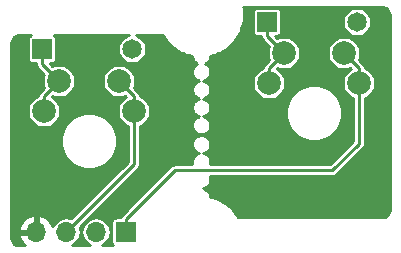
<source format=gbr>
G04 #@! TF.GenerationSoftware,KiCad,Pcbnew,(5.1.0)-1*
G04 #@! TF.CreationDate,2020-09-20T23:01:35+10:00*
G04 #@! TF.ProjectId,oddball,6f646462-616c-46c2-9e6b-696361645f70,rev?*
G04 #@! TF.SameCoordinates,Original*
G04 #@! TF.FileFunction,Copper,L2,Bot*
G04 #@! TF.FilePolarity,Positive*
%FSLAX46Y46*%
G04 Gerber Fmt 4.6, Leading zero omitted, Abs format (unit mm)*
G04 Created by KiCad (PCBNEW (5.1.0)-1) date 2020-09-20 23:01:35*
%MOMM*%
%LPD*%
G04 APERTURE LIST*
%ADD10C,2.000000*%
%ADD11O,1.700000X1.700000*%
%ADD12R,1.700000X1.700000*%
%ADD13R,1.651000X1.651000*%
%ADD14C,1.651000*%
%ADD15C,0.250000*%
%ADD16C,0.254000*%
G04 APERTURE END LIST*
D10*
X227110000Y-99700000D03*
X233460000Y-102240000D03*
X225840000Y-102240000D03*
X232190000Y-99700000D03*
X208060000Y-102070000D03*
X214410000Y-104610000D03*
X206790000Y-104610000D03*
X213140000Y-102070000D03*
D11*
X206120000Y-114850000D03*
X208660000Y-114850000D03*
X211200000Y-114850000D03*
D12*
X213740000Y-114850000D03*
D13*
X206640000Y-99370000D03*
D14*
X214260000Y-99370000D03*
D13*
X225660000Y-97060000D03*
D14*
X233280000Y-97060000D03*
D15*
X208060000Y-102070000D02*
X206790000Y-103340000D01*
X206790000Y-103340000D02*
X206790000Y-104610000D01*
X206640000Y-99370000D02*
X206640000Y-100650000D01*
X206640000Y-100650000D02*
X208060000Y-102070000D01*
X227110000Y-99700000D02*
X225840000Y-100970000D01*
X225840000Y-100970000D02*
X225840000Y-102240000D01*
X225660000Y-97060000D02*
X225660000Y-98250000D01*
X225660000Y-98250000D02*
X227110000Y-99700000D01*
X214410000Y-103340000D02*
X214410000Y-104610000D01*
X214410000Y-109100000D02*
X208660000Y-114850000D01*
X214410000Y-104610000D02*
X214410000Y-109100000D01*
X213140000Y-102070000D02*
X214410000Y-103340000D01*
X232190000Y-99700000D02*
X233460000Y-100970000D01*
X213740000Y-114850000D02*
X213740000Y-113750000D01*
X217871299Y-109618701D02*
X231221299Y-109618701D01*
X231221299Y-109618701D02*
X233460000Y-107380000D01*
X233460000Y-107380000D02*
X233460000Y-102240000D01*
X233460000Y-100970000D02*
X233460000Y-102240000D01*
X213740000Y-113750000D02*
X217871299Y-109618701D01*
D16*
G36*
X235513656Y-95827824D02*
G01*
X235600318Y-95850056D01*
X235683500Y-95883031D01*
X235762055Y-95926221D01*
X235834526Y-95978873D01*
X235899785Y-96040136D01*
X235956880Y-96109163D01*
X236004894Y-96184826D01*
X236042949Y-96265641D01*
X236070602Y-96350931D01*
X236087452Y-96439004D01*
X236094001Y-96543290D01*
X236094000Y-112881698D01*
X236087451Y-112986048D01*
X236070609Y-113074083D01*
X236042948Y-113159350D01*
X236004861Y-113240287D01*
X235956911Y-113315856D01*
X235899805Y-113384854D01*
X235834500Y-113446183D01*
X235762053Y-113498812D01*
X235683562Y-113541973D01*
X235600374Y-113574914D01*
X235513625Y-113597180D01*
X235424761Y-113608400D01*
X223248379Y-113608400D01*
X223243055Y-113599473D01*
X223238522Y-113594449D01*
X223066734Y-113323856D01*
X223064186Y-113317771D01*
X223041366Y-113283898D01*
X223032215Y-113269484D01*
X223028181Y-113264328D01*
X223024512Y-113258881D01*
X223013597Y-113245684D01*
X222988464Y-113213555D01*
X222983469Y-113209256D01*
X222779290Y-112962384D01*
X222775958Y-112956595D01*
X222749132Y-112925921D01*
X222738297Y-112912820D01*
X222733588Y-112908147D01*
X222729213Y-112903144D01*
X222716797Y-112891483D01*
X222687896Y-112862801D01*
X222682333Y-112859114D01*
X222448724Y-112639710D01*
X222444670Y-112634356D01*
X222414252Y-112607335D01*
X222401870Y-112595705D01*
X222396572Y-112591629D01*
X222391584Y-112587197D01*
X222377855Y-112577226D01*
X222345595Y-112552401D01*
X222339576Y-112549422D01*
X222080247Y-112361066D01*
X222075632Y-112356340D01*
X222041984Y-112333275D01*
X222028152Y-112323228D01*
X222022480Y-112319905D01*
X222017064Y-112316192D01*
X222002103Y-112307965D01*
X221966886Y-112287331D01*
X221960641Y-112285166D01*
X221679898Y-112130794D01*
X221674649Y-112126623D01*
X221638441Y-112107998D01*
X221623558Y-112099814D01*
X221617433Y-112097191D01*
X221611505Y-112094142D01*
X221595701Y-112087886D01*
X221558283Y-112071864D01*
X221551727Y-112070479D01*
X221253701Y-111952505D01*
X221248018Y-111949053D01*
X221209721Y-111935095D01*
X221193871Y-111928821D01*
X221187512Y-111927001D01*
X221181303Y-111924738D01*
X221164809Y-111920503D01*
X221125604Y-111909282D01*
X221118973Y-111908734D01*
X220873090Y-111845602D01*
X220863490Y-111748132D01*
X220819192Y-111602101D01*
X220747256Y-111467517D01*
X220650446Y-111349554D01*
X220532483Y-111252744D01*
X220397899Y-111180808D01*
X220296339Y-111150000D01*
X220397899Y-111119192D01*
X220532483Y-111047256D01*
X220650446Y-110950446D01*
X220747256Y-110832483D01*
X220819192Y-110697899D01*
X220863490Y-110551868D01*
X220878448Y-110400000D01*
X220863490Y-110248132D01*
X220826048Y-110124701D01*
X231196453Y-110124701D01*
X231221299Y-110127148D01*
X231246145Y-110124701D01*
X231246153Y-110124701D01*
X231320492Y-110117379D01*
X231415874Y-110088446D01*
X231503778Y-110041460D01*
X231580826Y-109978228D01*
X231596675Y-109958916D01*
X233800220Y-107755372D01*
X233819527Y-107739527D01*
X233882759Y-107662479D01*
X233929745Y-107574575D01*
X233958678Y-107479193D01*
X233966000Y-107404854D01*
X233966000Y-107404847D01*
X233968447Y-107380001D01*
X233966000Y-107355155D01*
X233966000Y-103525192D01*
X234114149Y-103463826D01*
X234340336Y-103312693D01*
X234532693Y-103120336D01*
X234683826Y-102894149D01*
X234787929Y-102642823D01*
X234841000Y-102376017D01*
X234841000Y-102103983D01*
X234787929Y-101837177D01*
X234683826Y-101585851D01*
X234532693Y-101359664D01*
X234340336Y-101167307D01*
X234114149Y-101016174D01*
X233966991Y-100955219D01*
X233966000Y-100945153D01*
X233966000Y-100945146D01*
X233958678Y-100870807D01*
X233955097Y-100859000D01*
X233929745Y-100775425D01*
X233928285Y-100772693D01*
X233882759Y-100687521D01*
X233819527Y-100610473D01*
X233800220Y-100594628D01*
X233456564Y-100250972D01*
X233517929Y-100102823D01*
X233571000Y-99836017D01*
X233571000Y-99563983D01*
X233517929Y-99297177D01*
X233413826Y-99045851D01*
X233262693Y-98819664D01*
X233070336Y-98627307D01*
X232844149Y-98476174D01*
X232592823Y-98372071D01*
X232326017Y-98319000D01*
X232053983Y-98319000D01*
X231787177Y-98372071D01*
X231535851Y-98476174D01*
X231309664Y-98627307D01*
X231117307Y-98819664D01*
X230966174Y-99045851D01*
X230862071Y-99297177D01*
X230809000Y-99563983D01*
X230809000Y-99836017D01*
X230862071Y-100102823D01*
X230966174Y-100354149D01*
X231117307Y-100580336D01*
X231309664Y-100772693D01*
X231535851Y-100923826D01*
X231787177Y-101027929D01*
X232053983Y-101081000D01*
X232326017Y-101081000D01*
X232592823Y-101027929D01*
X232740972Y-100966564D01*
X232796698Y-101022290D01*
X232579664Y-101167307D01*
X232387307Y-101359664D01*
X232236174Y-101585851D01*
X232132071Y-101837177D01*
X232079000Y-102103983D01*
X232079000Y-102376017D01*
X232132071Y-102642823D01*
X232236174Y-102894149D01*
X232387307Y-103120336D01*
X232579664Y-103312693D01*
X232805851Y-103463826D01*
X232954001Y-103525192D01*
X232954000Y-107170408D01*
X231011708Y-109112701D01*
X220845037Y-109112701D01*
X220863490Y-109051868D01*
X220878448Y-108900000D01*
X220863490Y-108748132D01*
X220819192Y-108602101D01*
X220747256Y-108467517D01*
X220650446Y-108349554D01*
X220532483Y-108252744D01*
X220397899Y-108180808D01*
X220296339Y-108150000D01*
X220397899Y-108119192D01*
X220532483Y-108047256D01*
X220650446Y-107950446D01*
X220747256Y-107832483D01*
X220819192Y-107697899D01*
X220863490Y-107551868D01*
X220878448Y-107400000D01*
X220863490Y-107248132D01*
X220819192Y-107102101D01*
X220747256Y-106967517D01*
X220650446Y-106849554D01*
X220532483Y-106752744D01*
X220397899Y-106680808D01*
X220251868Y-106636510D01*
X220138053Y-106625300D01*
X220061947Y-106625300D01*
X219948132Y-106636510D01*
X219802101Y-106680808D01*
X219667517Y-106752744D01*
X219549554Y-106849554D01*
X219452744Y-106967517D01*
X219380808Y-107102101D01*
X219336510Y-107248132D01*
X219321552Y-107400000D01*
X219336510Y-107551868D01*
X219380808Y-107697899D01*
X219452744Y-107832483D01*
X219549554Y-107950446D01*
X219667517Y-108047256D01*
X219802101Y-108119192D01*
X219903661Y-108150000D01*
X219802101Y-108180808D01*
X219667517Y-108252744D01*
X219549554Y-108349554D01*
X219452744Y-108467517D01*
X219380808Y-108602101D01*
X219336510Y-108748132D01*
X219321552Y-108900000D01*
X219336510Y-109051868D01*
X219354963Y-109112701D01*
X217896144Y-109112701D01*
X217871298Y-109110254D01*
X217846452Y-109112701D01*
X217846445Y-109112701D01*
X217772106Y-109120023D01*
X217676724Y-109148956D01*
X217588820Y-109195942D01*
X217511772Y-109259174D01*
X217495928Y-109278480D01*
X213399781Y-113374628D01*
X213380474Y-113390473D01*
X213317242Y-113467521D01*
X213297859Y-113503784D01*
X213270255Y-113555426D01*
X213251530Y-113617157D01*
X212890000Y-113617157D01*
X212815311Y-113624513D01*
X212743492Y-113646299D01*
X212677304Y-113681678D01*
X212619289Y-113729289D01*
X212571678Y-113787304D01*
X212536299Y-113853492D01*
X212514513Y-113925311D01*
X212507157Y-114000000D01*
X212507157Y-115700000D01*
X212514513Y-115774689D01*
X212536299Y-115846508D01*
X212571678Y-115912696D01*
X212619289Y-115970711D01*
X212642354Y-115989640D01*
X211679271Y-115989640D01*
X211887216Y-115878491D01*
X212074660Y-115724660D01*
X212228491Y-115537216D01*
X212342798Y-115323363D01*
X212413188Y-115091318D01*
X212436956Y-114850000D01*
X212413188Y-114608682D01*
X212342798Y-114376637D01*
X212228491Y-114162784D01*
X212074660Y-113975340D01*
X211887216Y-113821509D01*
X211673363Y-113707202D01*
X211441318Y-113636812D01*
X211260472Y-113619000D01*
X211139528Y-113619000D01*
X210958682Y-113636812D01*
X210726637Y-113707202D01*
X210512784Y-113821509D01*
X210325340Y-113975340D01*
X210171509Y-114162784D01*
X210057202Y-114376637D01*
X209986812Y-114608682D01*
X209963044Y-114850000D01*
X209986812Y-115091318D01*
X210057202Y-115323363D01*
X210171509Y-115537216D01*
X210325340Y-115724660D01*
X210512784Y-115878491D01*
X210720729Y-115989640D01*
X209139271Y-115989640D01*
X209347216Y-115878491D01*
X209534660Y-115724660D01*
X209688491Y-115537216D01*
X209802798Y-115323363D01*
X209873188Y-115091318D01*
X209896956Y-114850000D01*
X209873188Y-114608682D01*
X209813541Y-114412051D01*
X214750220Y-109475372D01*
X214769527Y-109459527D01*
X214832759Y-109382479D01*
X214879745Y-109294575D01*
X214908678Y-109199193D01*
X214916000Y-109124854D01*
X214916000Y-109124846D01*
X214918447Y-109100000D01*
X214916000Y-109075154D01*
X214916000Y-105895192D01*
X215064149Y-105833826D01*
X215290336Y-105682693D01*
X215482693Y-105490336D01*
X215633826Y-105264149D01*
X215737929Y-105012823D01*
X215791000Y-104746017D01*
X215791000Y-104473983D01*
X215737929Y-104207177D01*
X215633826Y-103955851D01*
X215482693Y-103729664D01*
X215290336Y-103537307D01*
X215064149Y-103386174D01*
X214916991Y-103325219D01*
X214916000Y-103315153D01*
X214916000Y-103315146D01*
X214908678Y-103240807D01*
X214905097Y-103229000D01*
X214879745Y-103145425D01*
X214878285Y-103142693D01*
X214832759Y-103057521D01*
X214769527Y-102980473D01*
X214750220Y-102964628D01*
X214406564Y-102620972D01*
X214467929Y-102472823D01*
X214521000Y-102206017D01*
X214521000Y-101933983D01*
X214467929Y-101667177D01*
X214363826Y-101415851D01*
X214212693Y-101189664D01*
X214020336Y-100997307D01*
X213794149Y-100846174D01*
X213542823Y-100742071D01*
X213276017Y-100689000D01*
X213003983Y-100689000D01*
X212737177Y-100742071D01*
X212485851Y-100846174D01*
X212259664Y-100997307D01*
X212067307Y-101189664D01*
X211916174Y-101415851D01*
X211812071Y-101667177D01*
X211759000Y-101933983D01*
X211759000Y-102206017D01*
X211812071Y-102472823D01*
X211916174Y-102724149D01*
X212067307Y-102950336D01*
X212259664Y-103142693D01*
X212485851Y-103293826D01*
X212737177Y-103397929D01*
X213003983Y-103451000D01*
X213276017Y-103451000D01*
X213542823Y-103397929D01*
X213690972Y-103336564D01*
X213746698Y-103392290D01*
X213529664Y-103537307D01*
X213337307Y-103729664D01*
X213186174Y-103955851D01*
X213082071Y-104207177D01*
X213029000Y-104473983D01*
X213029000Y-104746017D01*
X213082071Y-105012823D01*
X213186174Y-105264149D01*
X213337307Y-105490336D01*
X213529664Y-105682693D01*
X213755851Y-105833826D01*
X213904000Y-105895192D01*
X213904001Y-108890407D01*
X209097949Y-113696459D01*
X208901318Y-113636812D01*
X208720472Y-113619000D01*
X208599528Y-113619000D01*
X208418682Y-113636812D01*
X208186637Y-113707202D01*
X207972784Y-113821509D01*
X207785340Y-113975340D01*
X207631509Y-114162784D01*
X207518983Y-114373305D01*
X207464157Y-114218748D01*
X207315178Y-113968645D01*
X207120269Y-113752412D01*
X206886920Y-113578359D01*
X206624099Y-113453175D01*
X206476890Y-113408524D01*
X206247000Y-113529845D01*
X206247000Y-114723000D01*
X206267000Y-114723000D01*
X206267000Y-114977000D01*
X206247000Y-114977000D01*
X206247000Y-114997000D01*
X205993000Y-114997000D01*
X205993000Y-114977000D01*
X204799186Y-114977000D01*
X204678519Y-115206891D01*
X204775843Y-115481252D01*
X204924822Y-115731355D01*
X205119731Y-115947588D01*
X205176109Y-115989640D01*
X204675215Y-115989640D01*
X204586385Y-115978423D01*
X204499659Y-115956155D01*
X204416419Y-115923203D01*
X204337929Y-115880042D01*
X204265476Y-115827418D01*
X204200228Y-115766137D01*
X204143137Y-115697128D01*
X204095165Y-115621534D01*
X204057034Y-115540490D01*
X204029362Y-115455346D01*
X204012590Y-115367387D01*
X204006010Y-115262899D01*
X204006010Y-114493109D01*
X204678519Y-114493109D01*
X204799186Y-114723000D01*
X205993000Y-114723000D01*
X205993000Y-113529845D01*
X205763110Y-113408524D01*
X205615901Y-113453175D01*
X205353080Y-113578359D01*
X205119731Y-113752412D01*
X204924822Y-113968645D01*
X204775843Y-114218748D01*
X204678519Y-114493109D01*
X204006010Y-114493109D01*
X204006010Y-106916093D01*
X208225100Y-106916093D01*
X208225100Y-107383907D01*
X208316366Y-107842733D01*
X208495391Y-108274937D01*
X208755295Y-108663910D01*
X209086090Y-108994705D01*
X209475063Y-109254609D01*
X209907267Y-109433634D01*
X210366093Y-109524900D01*
X210833907Y-109524900D01*
X211292733Y-109433634D01*
X211724937Y-109254609D01*
X212113910Y-108994705D01*
X212444705Y-108663910D01*
X212704609Y-108274937D01*
X212883634Y-107842733D01*
X212974900Y-107383907D01*
X212974900Y-106916093D01*
X212883634Y-106457267D01*
X212704609Y-106025063D01*
X212444705Y-105636090D01*
X212113910Y-105305295D01*
X211724937Y-105045391D01*
X211292733Y-104866366D01*
X210833907Y-104775100D01*
X210366093Y-104775100D01*
X209907267Y-104866366D01*
X209475063Y-105045391D01*
X209086090Y-105305295D01*
X208755295Y-105636090D01*
X208495391Y-106025063D01*
X208316366Y-106457267D01*
X208225100Y-106916093D01*
X204006010Y-106916093D01*
X204006010Y-98924618D01*
X204012590Y-98820100D01*
X204029359Y-98732165D01*
X204057033Y-98647018D01*
X204095164Y-98565972D01*
X204143115Y-98490415D01*
X204200251Y-98421370D01*
X204265540Y-98360014D01*
X204337932Y-98307428D01*
X204416351Y-98264312D01*
X204499573Y-98231391D01*
X204586352Y-98209121D01*
X204675215Y-98197900D01*
X205654707Y-98197900D01*
X205601804Y-98226178D01*
X205543789Y-98273789D01*
X205496178Y-98331804D01*
X205460799Y-98397992D01*
X205439013Y-98469811D01*
X205431657Y-98544500D01*
X205431657Y-100195500D01*
X205439013Y-100270189D01*
X205460799Y-100342008D01*
X205496178Y-100408196D01*
X205543789Y-100466211D01*
X205601804Y-100513822D01*
X205667992Y-100549201D01*
X205739811Y-100570987D01*
X205814500Y-100578343D01*
X206134001Y-100578343D01*
X206134001Y-100625144D01*
X206131553Y-100650000D01*
X206141322Y-100749192D01*
X206170255Y-100844574D01*
X206177966Y-100859000D01*
X206217242Y-100932479D01*
X206280474Y-101009527D01*
X206299780Y-101025372D01*
X206793437Y-101519028D01*
X206732071Y-101667177D01*
X206679000Y-101933983D01*
X206679000Y-102206017D01*
X206732071Y-102472823D01*
X206793437Y-102620972D01*
X206449785Y-102964624D01*
X206430473Y-102980473D01*
X206367241Y-103057521D01*
X206320255Y-103145426D01*
X206291322Y-103240808D01*
X206284000Y-103315147D01*
X206284000Y-103315154D01*
X206283009Y-103325219D01*
X206135851Y-103386174D01*
X205909664Y-103537307D01*
X205717307Y-103729664D01*
X205566174Y-103955851D01*
X205462071Y-104207177D01*
X205409000Y-104473983D01*
X205409000Y-104746017D01*
X205462071Y-105012823D01*
X205566174Y-105264149D01*
X205717307Y-105490336D01*
X205909664Y-105682693D01*
X206135851Y-105833826D01*
X206387177Y-105937929D01*
X206653983Y-105991000D01*
X206926017Y-105991000D01*
X207192823Y-105937929D01*
X207444149Y-105833826D01*
X207670336Y-105682693D01*
X207862693Y-105490336D01*
X208013826Y-105264149D01*
X208117929Y-105012823D01*
X208171000Y-104746017D01*
X208171000Y-104473983D01*
X208117929Y-104207177D01*
X208013826Y-103955851D01*
X207862693Y-103729664D01*
X207670336Y-103537307D01*
X207453302Y-103392290D01*
X207509028Y-103336563D01*
X207657177Y-103397929D01*
X207923983Y-103451000D01*
X208196017Y-103451000D01*
X208462823Y-103397929D01*
X208714149Y-103293826D01*
X208940336Y-103142693D01*
X209132693Y-102950336D01*
X209283826Y-102724149D01*
X209387929Y-102472823D01*
X209441000Y-102206017D01*
X209441000Y-101933983D01*
X209387929Y-101667177D01*
X209283826Y-101415851D01*
X209132693Y-101189664D01*
X208940336Y-100997307D01*
X208714149Y-100846174D01*
X208462823Y-100742071D01*
X208196017Y-100689000D01*
X207923983Y-100689000D01*
X207657177Y-100742071D01*
X207509028Y-100803437D01*
X207283934Y-100578343D01*
X207465500Y-100578343D01*
X207540189Y-100570987D01*
X207612008Y-100549201D01*
X207678196Y-100513822D01*
X207736211Y-100466211D01*
X207783822Y-100408196D01*
X207819201Y-100342008D01*
X207840987Y-100270189D01*
X207848343Y-100195500D01*
X207848343Y-98544500D01*
X207840987Y-98469811D01*
X207819201Y-98397992D01*
X207783822Y-98331804D01*
X207736211Y-98273789D01*
X207678196Y-98226178D01*
X207625293Y-98197900D01*
X213968229Y-98197900D01*
X213908077Y-98209865D01*
X213688508Y-98300813D01*
X213490901Y-98432850D01*
X213322850Y-98600901D01*
X213190813Y-98798508D01*
X213099865Y-99018077D01*
X213053500Y-99251170D01*
X213053500Y-99488830D01*
X213099865Y-99721923D01*
X213190813Y-99941492D01*
X213322850Y-100139099D01*
X213490901Y-100307150D01*
X213688508Y-100439187D01*
X213908077Y-100530135D01*
X214141170Y-100576500D01*
X214378830Y-100576500D01*
X214611923Y-100530135D01*
X214831492Y-100439187D01*
X215029099Y-100307150D01*
X215197150Y-100139099D01*
X215329187Y-99941492D01*
X215420135Y-99721923D01*
X215466500Y-99488830D01*
X215466500Y-99251170D01*
X215420135Y-99018077D01*
X215329187Y-98798508D01*
X215197150Y-98600901D01*
X215029099Y-98432850D01*
X214831492Y-98300813D01*
X214611923Y-98209865D01*
X214551771Y-98197900D01*
X216851694Y-98197900D01*
X216857105Y-98206963D01*
X216861515Y-98211845D01*
X217033162Y-98482350D01*
X217035740Y-98488506D01*
X217058507Y-98522293D01*
X217067623Y-98536659D01*
X217071709Y-98541884D01*
X217075420Y-98547392D01*
X217086275Y-98560514D01*
X217111361Y-98592597D01*
X217116418Y-98596951D01*
X217320720Y-98843915D01*
X217324037Y-98849678D01*
X217350893Y-98880388D01*
X217361740Y-98893500D01*
X217366423Y-98898146D01*
X217370781Y-98903130D01*
X217383221Y-98914814D01*
X217412146Y-98943514D01*
X217417686Y-98947185D01*
X217651245Y-99166549D01*
X217655282Y-99171882D01*
X217685739Y-99198946D01*
X217698124Y-99210579D01*
X217703389Y-99214631D01*
X217708361Y-99219049D01*
X217722119Y-99229045D01*
X217754397Y-99253885D01*
X217760391Y-99256852D01*
X218019656Y-99445219D01*
X218024320Y-99449994D01*
X218057914Y-99473015D01*
X218071688Y-99483023D01*
X218077419Y-99486382D01*
X218082894Y-99490134D01*
X218097794Y-99498324D01*
X218132948Y-99518929D01*
X218139260Y-99521118D01*
X218420129Y-99675508D01*
X218425342Y-99679651D01*
X218461552Y-99698278D01*
X218476502Y-99706496D01*
X218482605Y-99709108D01*
X218488485Y-99712133D01*
X218504294Y-99718391D01*
X218541782Y-99734437D01*
X218548303Y-99735814D01*
X218846171Y-99853734D01*
X218851835Y-99857175D01*
X218890143Y-99871141D01*
X218906018Y-99877426D01*
X218912359Y-99879241D01*
X218918547Y-99881497D01*
X218935062Y-99885739D01*
X218974285Y-99896966D01*
X218980892Y-99897512D01*
X219291370Y-99977265D01*
X219297515Y-99980009D01*
X219330164Y-99987436D01*
X219336510Y-100051868D01*
X219380808Y-100197899D01*
X219452744Y-100332483D01*
X219549554Y-100450446D01*
X219667517Y-100547256D01*
X219766195Y-100600000D01*
X219667517Y-100652744D01*
X219549554Y-100749554D01*
X219452744Y-100867517D01*
X219380808Y-101002101D01*
X219336510Y-101148132D01*
X219321552Y-101300000D01*
X219336510Y-101451868D01*
X219380808Y-101597899D01*
X219452744Y-101732483D01*
X219549554Y-101850446D01*
X219667517Y-101947256D01*
X219802101Y-102019192D01*
X219903661Y-102050000D01*
X219802101Y-102080808D01*
X219667517Y-102152744D01*
X219549554Y-102249554D01*
X219452744Y-102367517D01*
X219380808Y-102502101D01*
X219336510Y-102648132D01*
X219321552Y-102800000D01*
X219336510Y-102951868D01*
X219380808Y-103097899D01*
X219452744Y-103232483D01*
X219549554Y-103350446D01*
X219667517Y-103447256D01*
X219802101Y-103519192D01*
X219903661Y-103550000D01*
X219802101Y-103580808D01*
X219667517Y-103652744D01*
X219549554Y-103749554D01*
X219452744Y-103867517D01*
X219380808Y-104002101D01*
X219336510Y-104148132D01*
X219321552Y-104300000D01*
X219336510Y-104451868D01*
X219380808Y-104597899D01*
X219452744Y-104732483D01*
X219549554Y-104850446D01*
X219667517Y-104947256D01*
X219802101Y-105019192D01*
X219903661Y-105050000D01*
X219802101Y-105080808D01*
X219667517Y-105152744D01*
X219549554Y-105249554D01*
X219452744Y-105367517D01*
X219380808Y-105502101D01*
X219336510Y-105648132D01*
X219321552Y-105800000D01*
X219336510Y-105951868D01*
X219380808Y-106097899D01*
X219452744Y-106232483D01*
X219549554Y-106350446D01*
X219667517Y-106447256D01*
X219802101Y-106519192D01*
X219948132Y-106563490D01*
X220061947Y-106574700D01*
X220138053Y-106574700D01*
X220251868Y-106563490D01*
X220397899Y-106519192D01*
X220532483Y-106447256D01*
X220650446Y-106350446D01*
X220747256Y-106232483D01*
X220819192Y-106097899D01*
X220863490Y-105951868D01*
X220878448Y-105800000D01*
X220863490Y-105648132D01*
X220819192Y-105502101D01*
X220747256Y-105367517D01*
X220650446Y-105249554D01*
X220532483Y-105152744D01*
X220397899Y-105080808D01*
X220296339Y-105050000D01*
X220397899Y-105019192D01*
X220532483Y-104947256D01*
X220650446Y-104850446D01*
X220747256Y-104732483D01*
X220819192Y-104597899D01*
X220834907Y-104546093D01*
X227275100Y-104546093D01*
X227275100Y-105013907D01*
X227366366Y-105472733D01*
X227545391Y-105904937D01*
X227805295Y-106293910D01*
X228136090Y-106624705D01*
X228525063Y-106884609D01*
X228957267Y-107063634D01*
X229416093Y-107154900D01*
X229883907Y-107154900D01*
X230342733Y-107063634D01*
X230774937Y-106884609D01*
X231163910Y-106624705D01*
X231494705Y-106293910D01*
X231754609Y-105904937D01*
X231933634Y-105472733D01*
X232024900Y-105013907D01*
X232024900Y-104546093D01*
X231933634Y-104087267D01*
X231754609Y-103655063D01*
X231494705Y-103266090D01*
X231163910Y-102935295D01*
X230774937Y-102675391D01*
X230342733Y-102496366D01*
X229883907Y-102405100D01*
X229416093Y-102405100D01*
X228957267Y-102496366D01*
X228525063Y-102675391D01*
X228136090Y-102935295D01*
X227805295Y-103266090D01*
X227545391Y-103655063D01*
X227366366Y-104087267D01*
X227275100Y-104546093D01*
X220834907Y-104546093D01*
X220863490Y-104451868D01*
X220878448Y-104300000D01*
X220863490Y-104148132D01*
X220819192Y-104002101D01*
X220747256Y-103867517D01*
X220650446Y-103749554D01*
X220532483Y-103652744D01*
X220397899Y-103580808D01*
X220296339Y-103550000D01*
X220397899Y-103519192D01*
X220532483Y-103447256D01*
X220650446Y-103350446D01*
X220747256Y-103232483D01*
X220819192Y-103097899D01*
X220863490Y-102951868D01*
X220878448Y-102800000D01*
X220863490Y-102648132D01*
X220819192Y-102502101D01*
X220747256Y-102367517D01*
X220650446Y-102249554D01*
X220532483Y-102152744D01*
X220397899Y-102080808D01*
X220296339Y-102050000D01*
X220397899Y-102019192D01*
X220532483Y-101947256D01*
X220650446Y-101850446D01*
X220747256Y-101732483D01*
X220819192Y-101597899D01*
X220863490Y-101451868D01*
X220878448Y-101300000D01*
X220863490Y-101148132D01*
X220819192Y-101002101D01*
X220747256Y-100867517D01*
X220650446Y-100749554D01*
X220532483Y-100652744D01*
X220433805Y-100600000D01*
X220532483Y-100547256D01*
X220650446Y-100450446D01*
X220747256Y-100332483D01*
X220819192Y-100197899D01*
X220863490Y-100051868D01*
X220872453Y-99960863D01*
X221119000Y-99897516D01*
X221125571Y-99896974D01*
X221164820Y-99885743D01*
X221181382Y-99881488D01*
X221187541Y-99879242D01*
X221193839Y-99877440D01*
X221209730Y-99871151D01*
X221248092Y-99857162D01*
X221253726Y-99853738D01*
X221551708Y-99735806D01*
X221558273Y-99734419D01*
X221595661Y-99718411D01*
X221611475Y-99712152D01*
X221617422Y-99709093D01*
X221623549Y-99706470D01*
X221638407Y-99698300D01*
X221674621Y-99679675D01*
X221679879Y-99675497D01*
X221960637Y-99521125D01*
X221966886Y-99518959D01*
X222002087Y-99498334D01*
X222017055Y-99490104D01*
X222022480Y-99486385D01*
X222028152Y-99483062D01*
X222041971Y-99473025D01*
X222075624Y-99449957D01*
X222080244Y-99445227D01*
X222339578Y-99256866D01*
X222345602Y-99253885D01*
X222377851Y-99229068D01*
X222391584Y-99219093D01*
X222396582Y-99214653D01*
X222401876Y-99210579D01*
X222414238Y-99198968D01*
X222444670Y-99171934D01*
X222448729Y-99166573D01*
X222682349Y-98947151D01*
X222687926Y-98943455D01*
X222716819Y-98914776D01*
X222729219Y-98903130D01*
X222733602Y-98898118D01*
X222738323Y-98893432D01*
X222749153Y-98880335D01*
X222775963Y-98849678D01*
X222779301Y-98843878D01*
X222983488Y-98596957D01*
X222988469Y-98592670D01*
X223013608Y-98560533D01*
X223024535Y-98547319D01*
X223028195Y-98541885D01*
X223032219Y-98536741D01*
X223041383Y-98522306D01*
X223064204Y-98488425D01*
X223066744Y-98482357D01*
X223238488Y-98211825D01*
X223242974Y-98206856D01*
X223263813Y-98171932D01*
X223272944Y-98157550D01*
X223275954Y-98151586D01*
X223279360Y-98145879D01*
X223286579Y-98130538D01*
X223304942Y-98094160D01*
X223306738Y-98087700D01*
X223443186Y-97797739D01*
X223446992Y-97792279D01*
X223463312Y-97754971D01*
X223470580Y-97739526D01*
X223472804Y-97733272D01*
X223475450Y-97727223D01*
X223480701Y-97711064D01*
X223494371Y-97672622D01*
X223495336Y-97666029D01*
X223594375Y-97361258D01*
X223597471Y-97355355D01*
X223608989Y-97316288D01*
X223614254Y-97300085D01*
X223615676Y-97293605D01*
X223617551Y-97287245D01*
X223620742Y-97270520D01*
X223629474Y-97230727D01*
X223629605Y-97224061D01*
X223689656Y-96909293D01*
X223691994Y-96903030D01*
X223698517Y-96862846D01*
X223701706Y-96846131D01*
X223702306Y-96839504D01*
X223703372Y-96832939D01*
X223704438Y-96815972D01*
X223708112Y-96775413D01*
X223707404Y-96768760D01*
X223727498Y-96448923D01*
X223729020Y-96442474D01*
X223730464Y-96401710D01*
X223731534Y-96384681D01*
X223731301Y-96378097D01*
X223731534Y-96371511D01*
X223730464Y-96354476D01*
X223729019Y-96313718D01*
X223727497Y-96307269D01*
X223722925Y-96234500D01*
X224451657Y-96234500D01*
X224451657Y-97885500D01*
X224459013Y-97960189D01*
X224480799Y-98032008D01*
X224516178Y-98098196D01*
X224563789Y-98156211D01*
X224621804Y-98203822D01*
X224687992Y-98239201D01*
X224759811Y-98260987D01*
X224834500Y-98268343D01*
X225153360Y-98268343D01*
X225161322Y-98349192D01*
X225190255Y-98444574D01*
X225190256Y-98444575D01*
X225237242Y-98532479D01*
X225300474Y-98609527D01*
X225319780Y-98625372D01*
X225843437Y-99149028D01*
X225782071Y-99297177D01*
X225729000Y-99563983D01*
X225729000Y-99836017D01*
X225782071Y-100102823D01*
X225843437Y-100250972D01*
X225499785Y-100594624D01*
X225480473Y-100610473D01*
X225417241Y-100687521D01*
X225370255Y-100775426D01*
X225341322Y-100870808D01*
X225334000Y-100945147D01*
X225334000Y-100945154D01*
X225333009Y-100955219D01*
X225185851Y-101016174D01*
X224959664Y-101167307D01*
X224767307Y-101359664D01*
X224616174Y-101585851D01*
X224512071Y-101837177D01*
X224459000Y-102103983D01*
X224459000Y-102376017D01*
X224512071Y-102642823D01*
X224616174Y-102894149D01*
X224767307Y-103120336D01*
X224959664Y-103312693D01*
X225185851Y-103463826D01*
X225437177Y-103567929D01*
X225703983Y-103621000D01*
X225976017Y-103621000D01*
X226242823Y-103567929D01*
X226494149Y-103463826D01*
X226720336Y-103312693D01*
X226912693Y-103120336D01*
X227063826Y-102894149D01*
X227167929Y-102642823D01*
X227221000Y-102376017D01*
X227221000Y-102103983D01*
X227167929Y-101837177D01*
X227063826Y-101585851D01*
X226912693Y-101359664D01*
X226720336Y-101167307D01*
X226503302Y-101022290D01*
X226559028Y-100966563D01*
X226707177Y-101027929D01*
X226973983Y-101081000D01*
X227246017Y-101081000D01*
X227512823Y-101027929D01*
X227764149Y-100923826D01*
X227990336Y-100772693D01*
X228182693Y-100580336D01*
X228333826Y-100354149D01*
X228437929Y-100102823D01*
X228491000Y-99836017D01*
X228491000Y-99563983D01*
X228437929Y-99297177D01*
X228333826Y-99045851D01*
X228182693Y-98819664D01*
X227990336Y-98627307D01*
X227764149Y-98476174D01*
X227512823Y-98372071D01*
X227246017Y-98319000D01*
X226973983Y-98319000D01*
X226707177Y-98372071D01*
X226559028Y-98433437D01*
X226393934Y-98268343D01*
X226485500Y-98268343D01*
X226560189Y-98260987D01*
X226632008Y-98239201D01*
X226698196Y-98203822D01*
X226756211Y-98156211D01*
X226803822Y-98098196D01*
X226839201Y-98032008D01*
X226860987Y-97960189D01*
X226868343Y-97885500D01*
X226868343Y-96941170D01*
X232073500Y-96941170D01*
X232073500Y-97178830D01*
X232119865Y-97411923D01*
X232210813Y-97631492D01*
X232342850Y-97829099D01*
X232510901Y-97997150D01*
X232708508Y-98129187D01*
X232928077Y-98220135D01*
X233161170Y-98266500D01*
X233398830Y-98266500D01*
X233631923Y-98220135D01*
X233851492Y-98129187D01*
X234049099Y-97997150D01*
X234217150Y-97829099D01*
X234349187Y-97631492D01*
X234440135Y-97411923D01*
X234486500Y-97178830D01*
X234486500Y-96941170D01*
X234440135Y-96708077D01*
X234349187Y-96488508D01*
X234217150Y-96290901D01*
X234049099Y-96122850D01*
X233851492Y-95990813D01*
X233631923Y-95899865D01*
X233398830Y-95853500D01*
X233161170Y-95853500D01*
X232928077Y-95899865D01*
X232708508Y-95990813D01*
X232510901Y-96122850D01*
X232342850Y-96290901D01*
X232210813Y-96488508D01*
X232119865Y-96708077D01*
X232073500Y-96941170D01*
X226868343Y-96941170D01*
X226868343Y-96234500D01*
X226860987Y-96159811D01*
X226839201Y-96087992D01*
X226803822Y-96021804D01*
X226756211Y-95963789D01*
X226698196Y-95916178D01*
X226632008Y-95880799D01*
X226560189Y-95859013D01*
X226485500Y-95851657D01*
X224834500Y-95851657D01*
X224759811Y-95859013D01*
X224687992Y-95880799D01*
X224621804Y-95916178D01*
X224563789Y-95963789D01*
X224516178Y-96021804D01*
X224480799Y-96087992D01*
X224459013Y-96159811D01*
X224451657Y-96234500D01*
X223722925Y-96234500D01*
X223707405Y-95987543D01*
X223708111Y-95980910D01*
X223704439Y-95940347D01*
X223703371Y-95923353D01*
X223702308Y-95916802D01*
X223701709Y-95910191D01*
X223698518Y-95893461D01*
X223691992Y-95853263D01*
X223689659Y-95847014D01*
X223684831Y-95821702D01*
X223725238Y-95816600D01*
X235424761Y-95816600D01*
X235513656Y-95827824D01*
X235513656Y-95827824D01*
G37*
X235513656Y-95827824D02*
X235600318Y-95850056D01*
X235683500Y-95883031D01*
X235762055Y-95926221D01*
X235834526Y-95978873D01*
X235899785Y-96040136D01*
X235956880Y-96109163D01*
X236004894Y-96184826D01*
X236042949Y-96265641D01*
X236070602Y-96350931D01*
X236087452Y-96439004D01*
X236094001Y-96543290D01*
X236094000Y-112881698D01*
X236087451Y-112986048D01*
X236070609Y-113074083D01*
X236042948Y-113159350D01*
X236004861Y-113240287D01*
X235956911Y-113315856D01*
X235899805Y-113384854D01*
X235834500Y-113446183D01*
X235762053Y-113498812D01*
X235683562Y-113541973D01*
X235600374Y-113574914D01*
X235513625Y-113597180D01*
X235424761Y-113608400D01*
X223248379Y-113608400D01*
X223243055Y-113599473D01*
X223238522Y-113594449D01*
X223066734Y-113323856D01*
X223064186Y-113317771D01*
X223041366Y-113283898D01*
X223032215Y-113269484D01*
X223028181Y-113264328D01*
X223024512Y-113258881D01*
X223013597Y-113245684D01*
X222988464Y-113213555D01*
X222983469Y-113209256D01*
X222779290Y-112962384D01*
X222775958Y-112956595D01*
X222749132Y-112925921D01*
X222738297Y-112912820D01*
X222733588Y-112908147D01*
X222729213Y-112903144D01*
X222716797Y-112891483D01*
X222687896Y-112862801D01*
X222682333Y-112859114D01*
X222448724Y-112639710D01*
X222444670Y-112634356D01*
X222414252Y-112607335D01*
X222401870Y-112595705D01*
X222396572Y-112591629D01*
X222391584Y-112587197D01*
X222377855Y-112577226D01*
X222345595Y-112552401D01*
X222339576Y-112549422D01*
X222080247Y-112361066D01*
X222075632Y-112356340D01*
X222041984Y-112333275D01*
X222028152Y-112323228D01*
X222022480Y-112319905D01*
X222017064Y-112316192D01*
X222002103Y-112307965D01*
X221966886Y-112287331D01*
X221960641Y-112285166D01*
X221679898Y-112130794D01*
X221674649Y-112126623D01*
X221638441Y-112107998D01*
X221623558Y-112099814D01*
X221617433Y-112097191D01*
X221611505Y-112094142D01*
X221595701Y-112087886D01*
X221558283Y-112071864D01*
X221551727Y-112070479D01*
X221253701Y-111952505D01*
X221248018Y-111949053D01*
X221209721Y-111935095D01*
X221193871Y-111928821D01*
X221187512Y-111927001D01*
X221181303Y-111924738D01*
X221164809Y-111920503D01*
X221125604Y-111909282D01*
X221118973Y-111908734D01*
X220873090Y-111845602D01*
X220863490Y-111748132D01*
X220819192Y-111602101D01*
X220747256Y-111467517D01*
X220650446Y-111349554D01*
X220532483Y-111252744D01*
X220397899Y-111180808D01*
X220296339Y-111150000D01*
X220397899Y-111119192D01*
X220532483Y-111047256D01*
X220650446Y-110950446D01*
X220747256Y-110832483D01*
X220819192Y-110697899D01*
X220863490Y-110551868D01*
X220878448Y-110400000D01*
X220863490Y-110248132D01*
X220826048Y-110124701D01*
X231196453Y-110124701D01*
X231221299Y-110127148D01*
X231246145Y-110124701D01*
X231246153Y-110124701D01*
X231320492Y-110117379D01*
X231415874Y-110088446D01*
X231503778Y-110041460D01*
X231580826Y-109978228D01*
X231596675Y-109958916D01*
X233800220Y-107755372D01*
X233819527Y-107739527D01*
X233882759Y-107662479D01*
X233929745Y-107574575D01*
X233958678Y-107479193D01*
X233966000Y-107404854D01*
X233966000Y-107404847D01*
X233968447Y-107380001D01*
X233966000Y-107355155D01*
X233966000Y-103525192D01*
X234114149Y-103463826D01*
X234340336Y-103312693D01*
X234532693Y-103120336D01*
X234683826Y-102894149D01*
X234787929Y-102642823D01*
X234841000Y-102376017D01*
X234841000Y-102103983D01*
X234787929Y-101837177D01*
X234683826Y-101585851D01*
X234532693Y-101359664D01*
X234340336Y-101167307D01*
X234114149Y-101016174D01*
X233966991Y-100955219D01*
X233966000Y-100945153D01*
X233966000Y-100945146D01*
X233958678Y-100870807D01*
X233955097Y-100859000D01*
X233929745Y-100775425D01*
X233928285Y-100772693D01*
X233882759Y-100687521D01*
X233819527Y-100610473D01*
X233800220Y-100594628D01*
X233456564Y-100250972D01*
X233517929Y-100102823D01*
X233571000Y-99836017D01*
X233571000Y-99563983D01*
X233517929Y-99297177D01*
X233413826Y-99045851D01*
X233262693Y-98819664D01*
X233070336Y-98627307D01*
X232844149Y-98476174D01*
X232592823Y-98372071D01*
X232326017Y-98319000D01*
X232053983Y-98319000D01*
X231787177Y-98372071D01*
X231535851Y-98476174D01*
X231309664Y-98627307D01*
X231117307Y-98819664D01*
X230966174Y-99045851D01*
X230862071Y-99297177D01*
X230809000Y-99563983D01*
X230809000Y-99836017D01*
X230862071Y-100102823D01*
X230966174Y-100354149D01*
X231117307Y-100580336D01*
X231309664Y-100772693D01*
X231535851Y-100923826D01*
X231787177Y-101027929D01*
X232053983Y-101081000D01*
X232326017Y-101081000D01*
X232592823Y-101027929D01*
X232740972Y-100966564D01*
X232796698Y-101022290D01*
X232579664Y-101167307D01*
X232387307Y-101359664D01*
X232236174Y-101585851D01*
X232132071Y-101837177D01*
X232079000Y-102103983D01*
X232079000Y-102376017D01*
X232132071Y-102642823D01*
X232236174Y-102894149D01*
X232387307Y-103120336D01*
X232579664Y-103312693D01*
X232805851Y-103463826D01*
X232954001Y-103525192D01*
X232954000Y-107170408D01*
X231011708Y-109112701D01*
X220845037Y-109112701D01*
X220863490Y-109051868D01*
X220878448Y-108900000D01*
X220863490Y-108748132D01*
X220819192Y-108602101D01*
X220747256Y-108467517D01*
X220650446Y-108349554D01*
X220532483Y-108252744D01*
X220397899Y-108180808D01*
X220296339Y-108150000D01*
X220397899Y-108119192D01*
X220532483Y-108047256D01*
X220650446Y-107950446D01*
X220747256Y-107832483D01*
X220819192Y-107697899D01*
X220863490Y-107551868D01*
X220878448Y-107400000D01*
X220863490Y-107248132D01*
X220819192Y-107102101D01*
X220747256Y-106967517D01*
X220650446Y-106849554D01*
X220532483Y-106752744D01*
X220397899Y-106680808D01*
X220251868Y-106636510D01*
X220138053Y-106625300D01*
X220061947Y-106625300D01*
X219948132Y-106636510D01*
X219802101Y-106680808D01*
X219667517Y-106752744D01*
X219549554Y-106849554D01*
X219452744Y-106967517D01*
X219380808Y-107102101D01*
X219336510Y-107248132D01*
X219321552Y-107400000D01*
X219336510Y-107551868D01*
X219380808Y-107697899D01*
X219452744Y-107832483D01*
X219549554Y-107950446D01*
X219667517Y-108047256D01*
X219802101Y-108119192D01*
X219903661Y-108150000D01*
X219802101Y-108180808D01*
X219667517Y-108252744D01*
X219549554Y-108349554D01*
X219452744Y-108467517D01*
X219380808Y-108602101D01*
X219336510Y-108748132D01*
X219321552Y-108900000D01*
X219336510Y-109051868D01*
X219354963Y-109112701D01*
X217896144Y-109112701D01*
X217871298Y-109110254D01*
X217846452Y-109112701D01*
X217846445Y-109112701D01*
X217772106Y-109120023D01*
X217676724Y-109148956D01*
X217588820Y-109195942D01*
X217511772Y-109259174D01*
X217495928Y-109278480D01*
X213399781Y-113374628D01*
X213380474Y-113390473D01*
X213317242Y-113467521D01*
X213297859Y-113503784D01*
X213270255Y-113555426D01*
X213251530Y-113617157D01*
X212890000Y-113617157D01*
X212815311Y-113624513D01*
X212743492Y-113646299D01*
X212677304Y-113681678D01*
X212619289Y-113729289D01*
X212571678Y-113787304D01*
X212536299Y-113853492D01*
X212514513Y-113925311D01*
X212507157Y-114000000D01*
X212507157Y-115700000D01*
X212514513Y-115774689D01*
X212536299Y-115846508D01*
X212571678Y-115912696D01*
X212619289Y-115970711D01*
X212642354Y-115989640D01*
X211679271Y-115989640D01*
X211887216Y-115878491D01*
X212074660Y-115724660D01*
X212228491Y-115537216D01*
X212342798Y-115323363D01*
X212413188Y-115091318D01*
X212436956Y-114850000D01*
X212413188Y-114608682D01*
X212342798Y-114376637D01*
X212228491Y-114162784D01*
X212074660Y-113975340D01*
X211887216Y-113821509D01*
X211673363Y-113707202D01*
X211441318Y-113636812D01*
X211260472Y-113619000D01*
X211139528Y-113619000D01*
X210958682Y-113636812D01*
X210726637Y-113707202D01*
X210512784Y-113821509D01*
X210325340Y-113975340D01*
X210171509Y-114162784D01*
X210057202Y-114376637D01*
X209986812Y-114608682D01*
X209963044Y-114850000D01*
X209986812Y-115091318D01*
X210057202Y-115323363D01*
X210171509Y-115537216D01*
X210325340Y-115724660D01*
X210512784Y-115878491D01*
X210720729Y-115989640D01*
X209139271Y-115989640D01*
X209347216Y-115878491D01*
X209534660Y-115724660D01*
X209688491Y-115537216D01*
X209802798Y-115323363D01*
X209873188Y-115091318D01*
X209896956Y-114850000D01*
X209873188Y-114608682D01*
X209813541Y-114412051D01*
X214750220Y-109475372D01*
X214769527Y-109459527D01*
X214832759Y-109382479D01*
X214879745Y-109294575D01*
X214908678Y-109199193D01*
X214916000Y-109124854D01*
X214916000Y-109124846D01*
X214918447Y-109100000D01*
X214916000Y-109075154D01*
X214916000Y-105895192D01*
X215064149Y-105833826D01*
X215290336Y-105682693D01*
X215482693Y-105490336D01*
X215633826Y-105264149D01*
X215737929Y-105012823D01*
X215791000Y-104746017D01*
X215791000Y-104473983D01*
X215737929Y-104207177D01*
X215633826Y-103955851D01*
X215482693Y-103729664D01*
X215290336Y-103537307D01*
X215064149Y-103386174D01*
X214916991Y-103325219D01*
X214916000Y-103315153D01*
X214916000Y-103315146D01*
X214908678Y-103240807D01*
X214905097Y-103229000D01*
X214879745Y-103145425D01*
X214878285Y-103142693D01*
X214832759Y-103057521D01*
X214769527Y-102980473D01*
X214750220Y-102964628D01*
X214406564Y-102620972D01*
X214467929Y-102472823D01*
X214521000Y-102206017D01*
X214521000Y-101933983D01*
X214467929Y-101667177D01*
X214363826Y-101415851D01*
X214212693Y-101189664D01*
X214020336Y-100997307D01*
X213794149Y-100846174D01*
X213542823Y-100742071D01*
X213276017Y-100689000D01*
X213003983Y-100689000D01*
X212737177Y-100742071D01*
X212485851Y-100846174D01*
X212259664Y-100997307D01*
X212067307Y-101189664D01*
X211916174Y-101415851D01*
X211812071Y-101667177D01*
X211759000Y-101933983D01*
X211759000Y-102206017D01*
X211812071Y-102472823D01*
X211916174Y-102724149D01*
X212067307Y-102950336D01*
X212259664Y-103142693D01*
X212485851Y-103293826D01*
X212737177Y-103397929D01*
X213003983Y-103451000D01*
X213276017Y-103451000D01*
X213542823Y-103397929D01*
X213690972Y-103336564D01*
X213746698Y-103392290D01*
X213529664Y-103537307D01*
X213337307Y-103729664D01*
X213186174Y-103955851D01*
X213082071Y-104207177D01*
X213029000Y-104473983D01*
X213029000Y-104746017D01*
X213082071Y-105012823D01*
X213186174Y-105264149D01*
X213337307Y-105490336D01*
X213529664Y-105682693D01*
X213755851Y-105833826D01*
X213904000Y-105895192D01*
X213904001Y-108890407D01*
X209097949Y-113696459D01*
X208901318Y-113636812D01*
X208720472Y-113619000D01*
X208599528Y-113619000D01*
X208418682Y-113636812D01*
X208186637Y-113707202D01*
X207972784Y-113821509D01*
X207785340Y-113975340D01*
X207631509Y-114162784D01*
X207518983Y-114373305D01*
X207464157Y-114218748D01*
X207315178Y-113968645D01*
X207120269Y-113752412D01*
X206886920Y-113578359D01*
X206624099Y-113453175D01*
X206476890Y-113408524D01*
X206247000Y-113529845D01*
X206247000Y-114723000D01*
X206267000Y-114723000D01*
X206267000Y-114977000D01*
X206247000Y-114977000D01*
X206247000Y-114997000D01*
X205993000Y-114997000D01*
X205993000Y-114977000D01*
X204799186Y-114977000D01*
X204678519Y-115206891D01*
X204775843Y-115481252D01*
X204924822Y-115731355D01*
X205119731Y-115947588D01*
X205176109Y-115989640D01*
X204675215Y-115989640D01*
X204586385Y-115978423D01*
X204499659Y-115956155D01*
X204416419Y-115923203D01*
X204337929Y-115880042D01*
X204265476Y-115827418D01*
X204200228Y-115766137D01*
X204143137Y-115697128D01*
X204095165Y-115621534D01*
X204057034Y-115540490D01*
X204029362Y-115455346D01*
X204012590Y-115367387D01*
X204006010Y-115262899D01*
X204006010Y-114493109D01*
X204678519Y-114493109D01*
X204799186Y-114723000D01*
X205993000Y-114723000D01*
X205993000Y-113529845D01*
X205763110Y-113408524D01*
X205615901Y-113453175D01*
X205353080Y-113578359D01*
X205119731Y-113752412D01*
X204924822Y-113968645D01*
X204775843Y-114218748D01*
X204678519Y-114493109D01*
X204006010Y-114493109D01*
X204006010Y-106916093D01*
X208225100Y-106916093D01*
X208225100Y-107383907D01*
X208316366Y-107842733D01*
X208495391Y-108274937D01*
X208755295Y-108663910D01*
X209086090Y-108994705D01*
X209475063Y-109254609D01*
X209907267Y-109433634D01*
X210366093Y-109524900D01*
X210833907Y-109524900D01*
X211292733Y-109433634D01*
X211724937Y-109254609D01*
X212113910Y-108994705D01*
X212444705Y-108663910D01*
X212704609Y-108274937D01*
X212883634Y-107842733D01*
X212974900Y-107383907D01*
X212974900Y-106916093D01*
X212883634Y-106457267D01*
X212704609Y-106025063D01*
X212444705Y-105636090D01*
X212113910Y-105305295D01*
X211724937Y-105045391D01*
X211292733Y-104866366D01*
X210833907Y-104775100D01*
X210366093Y-104775100D01*
X209907267Y-104866366D01*
X209475063Y-105045391D01*
X209086090Y-105305295D01*
X208755295Y-105636090D01*
X208495391Y-106025063D01*
X208316366Y-106457267D01*
X208225100Y-106916093D01*
X204006010Y-106916093D01*
X204006010Y-98924618D01*
X204012590Y-98820100D01*
X204029359Y-98732165D01*
X204057033Y-98647018D01*
X204095164Y-98565972D01*
X204143115Y-98490415D01*
X204200251Y-98421370D01*
X204265540Y-98360014D01*
X204337932Y-98307428D01*
X204416351Y-98264312D01*
X204499573Y-98231391D01*
X204586352Y-98209121D01*
X204675215Y-98197900D01*
X205654707Y-98197900D01*
X205601804Y-98226178D01*
X205543789Y-98273789D01*
X205496178Y-98331804D01*
X205460799Y-98397992D01*
X205439013Y-98469811D01*
X205431657Y-98544500D01*
X205431657Y-100195500D01*
X205439013Y-100270189D01*
X205460799Y-100342008D01*
X205496178Y-100408196D01*
X205543789Y-100466211D01*
X205601804Y-100513822D01*
X205667992Y-100549201D01*
X205739811Y-100570987D01*
X205814500Y-100578343D01*
X206134001Y-100578343D01*
X206134001Y-100625144D01*
X206131553Y-100650000D01*
X206141322Y-100749192D01*
X206170255Y-100844574D01*
X206177966Y-100859000D01*
X206217242Y-100932479D01*
X206280474Y-101009527D01*
X206299780Y-101025372D01*
X206793437Y-101519028D01*
X206732071Y-101667177D01*
X206679000Y-101933983D01*
X206679000Y-102206017D01*
X206732071Y-102472823D01*
X206793437Y-102620972D01*
X206449785Y-102964624D01*
X206430473Y-102980473D01*
X206367241Y-103057521D01*
X206320255Y-103145426D01*
X206291322Y-103240808D01*
X206284000Y-103315147D01*
X206284000Y-103315154D01*
X206283009Y-103325219D01*
X206135851Y-103386174D01*
X205909664Y-103537307D01*
X205717307Y-103729664D01*
X205566174Y-103955851D01*
X205462071Y-104207177D01*
X205409000Y-104473983D01*
X205409000Y-104746017D01*
X205462071Y-105012823D01*
X205566174Y-105264149D01*
X205717307Y-105490336D01*
X205909664Y-105682693D01*
X206135851Y-105833826D01*
X206387177Y-105937929D01*
X206653983Y-105991000D01*
X206926017Y-105991000D01*
X207192823Y-105937929D01*
X207444149Y-105833826D01*
X207670336Y-105682693D01*
X207862693Y-105490336D01*
X208013826Y-105264149D01*
X208117929Y-105012823D01*
X208171000Y-104746017D01*
X208171000Y-104473983D01*
X208117929Y-104207177D01*
X208013826Y-103955851D01*
X207862693Y-103729664D01*
X207670336Y-103537307D01*
X207453302Y-103392290D01*
X207509028Y-103336563D01*
X207657177Y-103397929D01*
X207923983Y-103451000D01*
X208196017Y-103451000D01*
X208462823Y-103397929D01*
X208714149Y-103293826D01*
X208940336Y-103142693D01*
X209132693Y-102950336D01*
X209283826Y-102724149D01*
X209387929Y-102472823D01*
X209441000Y-102206017D01*
X209441000Y-101933983D01*
X209387929Y-101667177D01*
X209283826Y-101415851D01*
X209132693Y-101189664D01*
X208940336Y-100997307D01*
X208714149Y-100846174D01*
X208462823Y-100742071D01*
X208196017Y-100689000D01*
X207923983Y-100689000D01*
X207657177Y-100742071D01*
X207509028Y-100803437D01*
X207283934Y-100578343D01*
X207465500Y-100578343D01*
X207540189Y-100570987D01*
X207612008Y-100549201D01*
X207678196Y-100513822D01*
X207736211Y-100466211D01*
X207783822Y-100408196D01*
X207819201Y-100342008D01*
X207840987Y-100270189D01*
X207848343Y-100195500D01*
X207848343Y-98544500D01*
X207840987Y-98469811D01*
X207819201Y-98397992D01*
X207783822Y-98331804D01*
X207736211Y-98273789D01*
X207678196Y-98226178D01*
X207625293Y-98197900D01*
X213968229Y-98197900D01*
X213908077Y-98209865D01*
X213688508Y-98300813D01*
X213490901Y-98432850D01*
X213322850Y-98600901D01*
X213190813Y-98798508D01*
X213099865Y-99018077D01*
X213053500Y-99251170D01*
X213053500Y-99488830D01*
X213099865Y-99721923D01*
X213190813Y-99941492D01*
X213322850Y-100139099D01*
X213490901Y-100307150D01*
X213688508Y-100439187D01*
X213908077Y-100530135D01*
X214141170Y-100576500D01*
X214378830Y-100576500D01*
X214611923Y-100530135D01*
X214831492Y-100439187D01*
X215029099Y-100307150D01*
X215197150Y-100139099D01*
X215329187Y-99941492D01*
X215420135Y-99721923D01*
X215466500Y-99488830D01*
X215466500Y-99251170D01*
X215420135Y-99018077D01*
X215329187Y-98798508D01*
X215197150Y-98600901D01*
X215029099Y-98432850D01*
X214831492Y-98300813D01*
X214611923Y-98209865D01*
X214551771Y-98197900D01*
X216851694Y-98197900D01*
X216857105Y-98206963D01*
X216861515Y-98211845D01*
X217033162Y-98482350D01*
X217035740Y-98488506D01*
X217058507Y-98522293D01*
X217067623Y-98536659D01*
X217071709Y-98541884D01*
X217075420Y-98547392D01*
X217086275Y-98560514D01*
X217111361Y-98592597D01*
X217116418Y-98596951D01*
X217320720Y-98843915D01*
X217324037Y-98849678D01*
X217350893Y-98880388D01*
X217361740Y-98893500D01*
X217366423Y-98898146D01*
X217370781Y-98903130D01*
X217383221Y-98914814D01*
X217412146Y-98943514D01*
X217417686Y-98947185D01*
X217651245Y-99166549D01*
X217655282Y-99171882D01*
X217685739Y-99198946D01*
X217698124Y-99210579D01*
X217703389Y-99214631D01*
X217708361Y-99219049D01*
X217722119Y-99229045D01*
X217754397Y-99253885D01*
X217760391Y-99256852D01*
X218019656Y-99445219D01*
X218024320Y-99449994D01*
X218057914Y-99473015D01*
X218071688Y-99483023D01*
X218077419Y-99486382D01*
X218082894Y-99490134D01*
X218097794Y-99498324D01*
X218132948Y-99518929D01*
X218139260Y-99521118D01*
X218420129Y-99675508D01*
X218425342Y-99679651D01*
X218461552Y-99698278D01*
X218476502Y-99706496D01*
X218482605Y-99709108D01*
X218488485Y-99712133D01*
X218504294Y-99718391D01*
X218541782Y-99734437D01*
X218548303Y-99735814D01*
X218846171Y-99853734D01*
X218851835Y-99857175D01*
X218890143Y-99871141D01*
X218906018Y-99877426D01*
X218912359Y-99879241D01*
X218918547Y-99881497D01*
X218935062Y-99885739D01*
X218974285Y-99896966D01*
X218980892Y-99897512D01*
X219291370Y-99977265D01*
X219297515Y-99980009D01*
X219330164Y-99987436D01*
X219336510Y-100051868D01*
X219380808Y-100197899D01*
X219452744Y-100332483D01*
X219549554Y-100450446D01*
X219667517Y-100547256D01*
X219766195Y-100600000D01*
X219667517Y-100652744D01*
X219549554Y-100749554D01*
X219452744Y-100867517D01*
X219380808Y-101002101D01*
X219336510Y-101148132D01*
X219321552Y-101300000D01*
X219336510Y-101451868D01*
X219380808Y-101597899D01*
X219452744Y-101732483D01*
X219549554Y-101850446D01*
X219667517Y-101947256D01*
X219802101Y-102019192D01*
X219903661Y-102050000D01*
X219802101Y-102080808D01*
X219667517Y-102152744D01*
X219549554Y-102249554D01*
X219452744Y-102367517D01*
X219380808Y-102502101D01*
X219336510Y-102648132D01*
X219321552Y-102800000D01*
X219336510Y-102951868D01*
X219380808Y-103097899D01*
X219452744Y-103232483D01*
X219549554Y-103350446D01*
X219667517Y-103447256D01*
X219802101Y-103519192D01*
X219903661Y-103550000D01*
X219802101Y-103580808D01*
X219667517Y-103652744D01*
X219549554Y-103749554D01*
X219452744Y-103867517D01*
X219380808Y-104002101D01*
X219336510Y-104148132D01*
X219321552Y-104300000D01*
X219336510Y-104451868D01*
X219380808Y-104597899D01*
X219452744Y-104732483D01*
X219549554Y-104850446D01*
X219667517Y-104947256D01*
X219802101Y-105019192D01*
X219903661Y-105050000D01*
X219802101Y-105080808D01*
X219667517Y-105152744D01*
X219549554Y-105249554D01*
X219452744Y-105367517D01*
X219380808Y-105502101D01*
X219336510Y-105648132D01*
X219321552Y-105800000D01*
X219336510Y-105951868D01*
X219380808Y-106097899D01*
X219452744Y-106232483D01*
X219549554Y-106350446D01*
X219667517Y-106447256D01*
X219802101Y-106519192D01*
X219948132Y-106563490D01*
X220061947Y-106574700D01*
X220138053Y-106574700D01*
X220251868Y-106563490D01*
X220397899Y-106519192D01*
X220532483Y-106447256D01*
X220650446Y-106350446D01*
X220747256Y-106232483D01*
X220819192Y-106097899D01*
X220863490Y-105951868D01*
X220878448Y-105800000D01*
X220863490Y-105648132D01*
X220819192Y-105502101D01*
X220747256Y-105367517D01*
X220650446Y-105249554D01*
X220532483Y-105152744D01*
X220397899Y-105080808D01*
X220296339Y-105050000D01*
X220397899Y-105019192D01*
X220532483Y-104947256D01*
X220650446Y-104850446D01*
X220747256Y-104732483D01*
X220819192Y-104597899D01*
X220834907Y-104546093D01*
X227275100Y-104546093D01*
X227275100Y-105013907D01*
X227366366Y-105472733D01*
X227545391Y-105904937D01*
X227805295Y-106293910D01*
X228136090Y-106624705D01*
X228525063Y-106884609D01*
X228957267Y-107063634D01*
X229416093Y-107154900D01*
X229883907Y-107154900D01*
X230342733Y-107063634D01*
X230774937Y-106884609D01*
X231163910Y-106624705D01*
X231494705Y-106293910D01*
X231754609Y-105904937D01*
X231933634Y-105472733D01*
X232024900Y-105013907D01*
X232024900Y-104546093D01*
X231933634Y-104087267D01*
X231754609Y-103655063D01*
X231494705Y-103266090D01*
X231163910Y-102935295D01*
X230774937Y-102675391D01*
X230342733Y-102496366D01*
X229883907Y-102405100D01*
X229416093Y-102405100D01*
X228957267Y-102496366D01*
X228525063Y-102675391D01*
X228136090Y-102935295D01*
X227805295Y-103266090D01*
X227545391Y-103655063D01*
X227366366Y-104087267D01*
X227275100Y-104546093D01*
X220834907Y-104546093D01*
X220863490Y-104451868D01*
X220878448Y-104300000D01*
X220863490Y-104148132D01*
X220819192Y-104002101D01*
X220747256Y-103867517D01*
X220650446Y-103749554D01*
X220532483Y-103652744D01*
X220397899Y-103580808D01*
X220296339Y-103550000D01*
X220397899Y-103519192D01*
X220532483Y-103447256D01*
X220650446Y-103350446D01*
X220747256Y-103232483D01*
X220819192Y-103097899D01*
X220863490Y-102951868D01*
X220878448Y-102800000D01*
X220863490Y-102648132D01*
X220819192Y-102502101D01*
X220747256Y-102367517D01*
X220650446Y-102249554D01*
X220532483Y-102152744D01*
X220397899Y-102080808D01*
X220296339Y-102050000D01*
X220397899Y-102019192D01*
X220532483Y-101947256D01*
X220650446Y-101850446D01*
X220747256Y-101732483D01*
X220819192Y-101597899D01*
X220863490Y-101451868D01*
X220878448Y-101300000D01*
X220863490Y-101148132D01*
X220819192Y-101002101D01*
X220747256Y-100867517D01*
X220650446Y-100749554D01*
X220532483Y-100652744D01*
X220433805Y-100600000D01*
X220532483Y-100547256D01*
X220650446Y-100450446D01*
X220747256Y-100332483D01*
X220819192Y-100197899D01*
X220863490Y-100051868D01*
X220872453Y-99960863D01*
X221119000Y-99897516D01*
X221125571Y-99896974D01*
X221164820Y-99885743D01*
X221181382Y-99881488D01*
X221187541Y-99879242D01*
X221193839Y-99877440D01*
X221209730Y-99871151D01*
X221248092Y-99857162D01*
X221253726Y-99853738D01*
X221551708Y-99735806D01*
X221558273Y-99734419D01*
X221595661Y-99718411D01*
X221611475Y-99712152D01*
X221617422Y-99709093D01*
X221623549Y-99706470D01*
X221638407Y-99698300D01*
X221674621Y-99679675D01*
X221679879Y-99675497D01*
X221960637Y-99521125D01*
X221966886Y-99518959D01*
X222002087Y-99498334D01*
X222017055Y-99490104D01*
X222022480Y-99486385D01*
X222028152Y-99483062D01*
X222041971Y-99473025D01*
X222075624Y-99449957D01*
X222080244Y-99445227D01*
X222339578Y-99256866D01*
X222345602Y-99253885D01*
X222377851Y-99229068D01*
X222391584Y-99219093D01*
X222396582Y-99214653D01*
X222401876Y-99210579D01*
X222414238Y-99198968D01*
X222444670Y-99171934D01*
X222448729Y-99166573D01*
X222682349Y-98947151D01*
X222687926Y-98943455D01*
X222716819Y-98914776D01*
X222729219Y-98903130D01*
X222733602Y-98898118D01*
X222738323Y-98893432D01*
X222749153Y-98880335D01*
X222775963Y-98849678D01*
X222779301Y-98843878D01*
X222983488Y-98596957D01*
X222988469Y-98592670D01*
X223013608Y-98560533D01*
X223024535Y-98547319D01*
X223028195Y-98541885D01*
X223032219Y-98536741D01*
X223041383Y-98522306D01*
X223064204Y-98488425D01*
X223066744Y-98482357D01*
X223238488Y-98211825D01*
X223242974Y-98206856D01*
X223263813Y-98171932D01*
X223272944Y-98157550D01*
X223275954Y-98151586D01*
X223279360Y-98145879D01*
X223286579Y-98130538D01*
X223304942Y-98094160D01*
X223306738Y-98087700D01*
X223443186Y-97797739D01*
X223446992Y-97792279D01*
X223463312Y-97754971D01*
X223470580Y-97739526D01*
X223472804Y-97733272D01*
X223475450Y-97727223D01*
X223480701Y-97711064D01*
X223494371Y-97672622D01*
X223495336Y-97666029D01*
X223594375Y-97361258D01*
X223597471Y-97355355D01*
X223608989Y-97316288D01*
X223614254Y-97300085D01*
X223615676Y-97293605D01*
X223617551Y-97287245D01*
X223620742Y-97270520D01*
X223629474Y-97230727D01*
X223629605Y-97224061D01*
X223689656Y-96909293D01*
X223691994Y-96903030D01*
X223698517Y-96862846D01*
X223701706Y-96846131D01*
X223702306Y-96839504D01*
X223703372Y-96832939D01*
X223704438Y-96815972D01*
X223708112Y-96775413D01*
X223707404Y-96768760D01*
X223727498Y-96448923D01*
X223729020Y-96442474D01*
X223730464Y-96401710D01*
X223731534Y-96384681D01*
X223731301Y-96378097D01*
X223731534Y-96371511D01*
X223730464Y-96354476D01*
X223729019Y-96313718D01*
X223727497Y-96307269D01*
X223722925Y-96234500D01*
X224451657Y-96234500D01*
X224451657Y-97885500D01*
X224459013Y-97960189D01*
X224480799Y-98032008D01*
X224516178Y-98098196D01*
X224563789Y-98156211D01*
X224621804Y-98203822D01*
X224687992Y-98239201D01*
X224759811Y-98260987D01*
X224834500Y-98268343D01*
X225153360Y-98268343D01*
X225161322Y-98349192D01*
X225190255Y-98444574D01*
X225190256Y-98444575D01*
X225237242Y-98532479D01*
X225300474Y-98609527D01*
X225319780Y-98625372D01*
X225843437Y-99149028D01*
X225782071Y-99297177D01*
X225729000Y-99563983D01*
X225729000Y-99836017D01*
X225782071Y-100102823D01*
X225843437Y-100250972D01*
X225499785Y-100594624D01*
X225480473Y-100610473D01*
X225417241Y-100687521D01*
X225370255Y-100775426D01*
X225341322Y-100870808D01*
X225334000Y-100945147D01*
X225334000Y-100945154D01*
X225333009Y-100955219D01*
X225185851Y-101016174D01*
X224959664Y-101167307D01*
X224767307Y-101359664D01*
X224616174Y-101585851D01*
X224512071Y-101837177D01*
X224459000Y-102103983D01*
X224459000Y-102376017D01*
X224512071Y-102642823D01*
X224616174Y-102894149D01*
X224767307Y-103120336D01*
X224959664Y-103312693D01*
X225185851Y-103463826D01*
X225437177Y-103567929D01*
X225703983Y-103621000D01*
X225976017Y-103621000D01*
X226242823Y-103567929D01*
X226494149Y-103463826D01*
X226720336Y-103312693D01*
X226912693Y-103120336D01*
X227063826Y-102894149D01*
X227167929Y-102642823D01*
X227221000Y-102376017D01*
X227221000Y-102103983D01*
X227167929Y-101837177D01*
X227063826Y-101585851D01*
X226912693Y-101359664D01*
X226720336Y-101167307D01*
X226503302Y-101022290D01*
X226559028Y-100966563D01*
X226707177Y-101027929D01*
X226973983Y-101081000D01*
X227246017Y-101081000D01*
X227512823Y-101027929D01*
X227764149Y-100923826D01*
X227990336Y-100772693D01*
X228182693Y-100580336D01*
X228333826Y-100354149D01*
X228437929Y-100102823D01*
X228491000Y-99836017D01*
X228491000Y-99563983D01*
X228437929Y-99297177D01*
X228333826Y-99045851D01*
X228182693Y-98819664D01*
X227990336Y-98627307D01*
X227764149Y-98476174D01*
X227512823Y-98372071D01*
X227246017Y-98319000D01*
X226973983Y-98319000D01*
X226707177Y-98372071D01*
X226559028Y-98433437D01*
X226393934Y-98268343D01*
X226485500Y-98268343D01*
X226560189Y-98260987D01*
X226632008Y-98239201D01*
X226698196Y-98203822D01*
X226756211Y-98156211D01*
X226803822Y-98098196D01*
X226839201Y-98032008D01*
X226860987Y-97960189D01*
X226868343Y-97885500D01*
X226868343Y-96941170D01*
X232073500Y-96941170D01*
X232073500Y-97178830D01*
X232119865Y-97411923D01*
X232210813Y-97631492D01*
X232342850Y-97829099D01*
X232510901Y-97997150D01*
X232708508Y-98129187D01*
X232928077Y-98220135D01*
X233161170Y-98266500D01*
X233398830Y-98266500D01*
X233631923Y-98220135D01*
X233851492Y-98129187D01*
X234049099Y-97997150D01*
X234217150Y-97829099D01*
X234349187Y-97631492D01*
X234440135Y-97411923D01*
X234486500Y-97178830D01*
X234486500Y-96941170D01*
X234440135Y-96708077D01*
X234349187Y-96488508D01*
X234217150Y-96290901D01*
X234049099Y-96122850D01*
X233851492Y-95990813D01*
X233631923Y-95899865D01*
X233398830Y-95853500D01*
X233161170Y-95853500D01*
X232928077Y-95899865D01*
X232708508Y-95990813D01*
X232510901Y-96122850D01*
X232342850Y-96290901D01*
X232210813Y-96488508D01*
X232119865Y-96708077D01*
X232073500Y-96941170D01*
X226868343Y-96941170D01*
X226868343Y-96234500D01*
X226860987Y-96159811D01*
X226839201Y-96087992D01*
X226803822Y-96021804D01*
X226756211Y-95963789D01*
X226698196Y-95916178D01*
X226632008Y-95880799D01*
X226560189Y-95859013D01*
X226485500Y-95851657D01*
X224834500Y-95851657D01*
X224759811Y-95859013D01*
X224687992Y-95880799D01*
X224621804Y-95916178D01*
X224563789Y-95963789D01*
X224516178Y-96021804D01*
X224480799Y-96087992D01*
X224459013Y-96159811D01*
X224451657Y-96234500D01*
X223722925Y-96234500D01*
X223707405Y-95987543D01*
X223708111Y-95980910D01*
X223704439Y-95940347D01*
X223703371Y-95923353D01*
X223702308Y-95916802D01*
X223701709Y-95910191D01*
X223698518Y-95893461D01*
X223691992Y-95853263D01*
X223689659Y-95847014D01*
X223684831Y-95821702D01*
X223725238Y-95816600D01*
X235424761Y-95816600D01*
X235513656Y-95827824D01*
M02*

</source>
